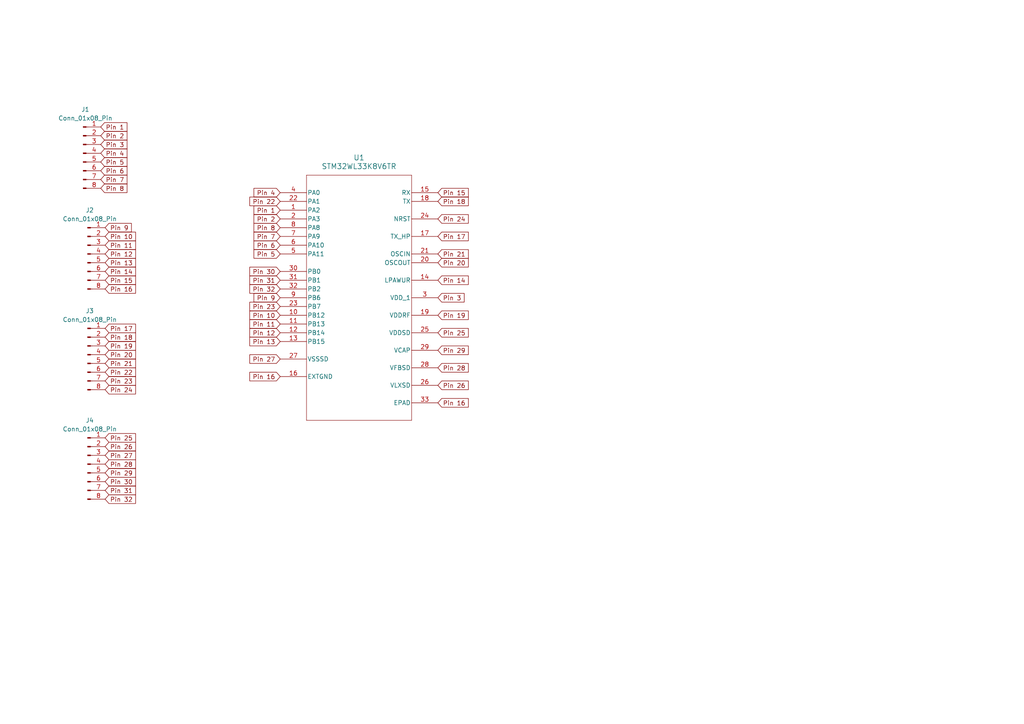
<source format=kicad_sch>
(kicad_sch (version 20250114) (generator "eeschema") (generator_version "9.0")
  (paper "A4")
  (lib_symbols
    (symbol "Connector:Conn_01x08_Pin" (pin_names (offset 1.016) (hide yes))
      (property "Reference" "J" (at 0 10.16 0))
      (property "Value" "Conn_01x08_Pin" (at 0 -12.7 0))
      (symbol "Conn_01x08_Pin_1_1"
        (rectangle (start 0.8636 7.747) (end 0 7.493) (stroke (width 0.1524)) (fill (type outline)))
        (rectangle (start 0.8636 5.207) (end 0 4.953) (stroke (width 0.1524)) (fill (type outline)))
        (rectangle (start 0.8636 2.667) (end 0 2.413) (stroke (width 0.1524)) (fill (type outline)))
        (rectangle (start 0.8636 0.127) (end 0 -0.127) (stroke (width 0.1524)) (fill (type outline)))
        (rectangle (start 0.8636 -2.413) (end 0 -2.667) (stroke (width 0.1524)) (fill (type outline)))
        (rectangle (start 0.8636 -4.953) (end 0 -5.207) (stroke (width 0.1524)) (fill (type outline)))
        (rectangle (start 0.8636 -7.493) (end 0 -7.747) (stroke (width 0.1524)) (fill (type outline)))
        (rectangle (start 0.8636 -10.033) (end 0 -10.287) (stroke (width 0.1524)) (fill (type outline)))
        (polyline (pts (xy 1.27 7.62) (xy 0.8636 7.62)) (stroke (width 0.1524)))
        (polyline (pts (xy 1.27 5.08) (xy 0.8636 5.08)) (stroke (width 0.1524)))
        (polyline (pts (xy 1.27 2.54) (xy 0.8636 2.54)) (stroke (width 0.1524)))
        (polyline (pts (xy 1.27 0) (xy 0.8636 0)) (stroke (width 0.1524)))
        (polyline (pts (xy 1.27 -2.54) (xy 0.8636 -2.54)) (stroke (width 0.1524)))
        (polyline (pts (xy 1.27 -5.08) (xy 0.8636 -5.08)) (stroke (width 0.1524)))
        (polyline (pts (xy 1.27 -7.62) (xy 0.8636 -7.62)) (stroke (width 0.1524)))
        (polyline (pts (xy 1.27 -10.16) (xy 0.8636 -10.16)) (stroke (width 0.1524)))
        (pin passive line (at 5.08 7.62 180) (length 3.81) (name "Pin_1") (number "1"))
        (pin passive line (at 5.08 5.08 180) (length 3.81) (name "Pin_2") (number "2"))
        (pin passive line (at 5.08 2.54 180) (length 3.81) (name "Pin_3") (number "3"))
        (pin passive line (at 5.08 0 180) (length 3.81) (name "Pin_4") (number "4"))
        (pin passive line (at 5.08 -2.54 180) (length 3.81) (name "Pin_5") (number "5"))
        (pin passive line (at 5.08 -5.08 180) (length 3.81) (name "Pin_6") (number "6"))
        (pin passive line (at 5.08 -7.62 180) (length 3.81) (name "Pin_7") (number "7"))
        (pin passive line (at 5.08 -10.16 180) (length 3.81) (name "Pin_8") (number "8"))
      )
    )
    (symbol "STM32WL33K8:STM32WL33K8V6TR" (pin_names (offset 0.254))
      (property "Reference" "U" (at 22.86 10.16 0))
      (property "Value" "STM32WL33K8V6TR" (at 22.86 7.62 0))
      (symbol "STM32WL33K8V6TR_0_1"
        (polyline (pts (xy 7.62 5.08) (xy 7.62 -66.04)) (stroke (width 0.127)))
        (polyline (pts (xy 7.62 -66.04) (xy 38.1 -66.04)) (stroke (width 0.127)))
        (polyline (pts (xy 38.1 5.08) (xy 7.62 5.08)) (stroke (width 0.127)))
        (polyline (pts (xy 38.1 -66.04) (xy 38.1 5.08)) (stroke (width 0.127)))
        (pin bidirectional line (at 0 0 0) (length 7.62) (name "PA0") (number "4"))
        (pin bidirectional line (at 0 -2.54 0) (length 7.62) (name "PA1") (number "22"))
        (pin bidirectional line (at 0 -5.08 0) (length 7.62) (name "PA2") (number "1"))
        (pin bidirectional line (at 0 -7.62 0) (length 7.62) (name "PA3") (number "2"))
        (pin bidirectional line (at 0 -10.16 0) (length 7.62) (name "PA8") (number "8"))
        (pin bidirectional line (at 0 -12.7 0) (length 7.62) (name "PA9") (number "7"))
        (pin bidirectional line (at 0 -15.24 0) (length 7.62) (name "PA10") (number "6"))
        (pin bidirectional line (at 0 -17.78 0) (length 7.62) (name "PA11") (number "5"))
        (pin bidirectional line (at 0 -22.86 0) (length 7.62) (name "PB0") (number "30"))
        (pin bidirectional line (at 0 -25.4 0) (length 7.62) (name "PB1") (number "31"))
        (pin bidirectional line (at 0 -27.94 0) (length 7.62) (name "PB2") (number "32"))
        (pin bidirectional line (at 0 -30.48 0) (length 7.62) (name "PB6") (number "9"))
        (pin bidirectional line (at 0 -33.02 0) (length 7.62) (name "PB7") (number "23"))
        (pin bidirectional line (at 0 -35.56 0) (length 7.62) (name "PB12") (number "10"))
        (pin bidirectional line (at 0 -38.1 0) (length 7.62) (name "PB13") (number "11"))
        (pin bidirectional line (at 0 -40.64 0) (length 7.62) (name "PB14") (number "12"))
        (pin bidirectional line (at 0 -43.18 0) (length 7.62) (name "PB15") (number "13"))
        (pin power_in line (at 0 -48.26 0) (length 7.62) (name "VSSSD") (number "27"))
        (pin bidirectional line (at 0 -53.34 0) (length 7.62) (name "EXTGND") (number "16"))
        (pin unspecified line (at 45.72 0 180) (length 7.62) (name "RX") (number "15"))
        (pin unspecified line (at 45.72 -2.54 180) (length 7.62) (name "TX") (number "18"))
        (pin bidirectional line (at 45.72 -7.62 180) (length 7.62) (name "NRST") (number "24"))
        (pin bidirectional line (at 45.72 -12.7 180) (length 7.62) (name "TX_HP") (number "17"))
        (pin input line (at 45.72 -17.78 180) (length 7.62) (name "OSCIN") (number "21"))
        (pin output line (at 45.72 -20.32 180) (length 7.62) (name "OSCOUT") (number "20"))
        (pin bidirectional line (at 45.72 -25.4 180) (length 7.62) (name "LPAWUR") (number "14"))
        (pin power_in line (at 45.72 -30.48 180) (length 7.62) (name "VDD_1") (number "3"))
        (pin power_in line (at 45.72 -35.56 180) (length 7.62) (name "VDDRF") (number "19"))
        (pin power_in line (at 45.72 -40.64 180) (length 7.62) (name "VDDSD") (number "25"))
        (pin power_in line (at 45.72 -45.72 180) (length 7.62) (name "VCAP") (number "29"))
        (pin power_in line (at 45.72 -50.8 180) (length 7.62) (name "VFBSD") (number "28"))
        (pin power_in line (at 45.72 -55.88 180) (length 7.62) (name "VLXSD") (number "26"))
        (pin unspecified line (at 45.72 -60.96 180) (length 7.62) (name "EPAD") (number "33"))
      )
    )
  )
  (global_label "Pin 16" (shape input) (at 127 116.84 0) (property "Intersheetrefs" "${INTERSHEET_REFS}" (effects (hide yes))))
  (global_label "Pin 4" (shape input) (at 29.21 44.45 0) (property "Intersheetrefs" "${INTERSHEET_REFS}" (effects (hide yes))))
  (global_label "Pin 4" (shape input) (at 81.28 55.88 180) (property "Intersheetrefs" "${INTERSHEET_REFS}" (effects (hide yes))))
  (global_label "Pin 25" (shape input) (at 127 96.52 0) (property "Intersheetrefs" "${INTERSHEET_REFS}" (effects (hide yes))))
  (global_label "Pin 7" (shape input) (at 29.21 52.07 0) (property "Intersheetrefs" "${INTERSHEET_REFS}" (effects (hide yes))))
  (global_label "Pin 12" (shape input) (at 81.28 96.52 180) (property "Intersheetrefs" "${INTERSHEET_REFS}" (effects (hide yes))))
  (global_label "Pin 13" (shape input) (at 81.28 99.06 180) (property "Intersheetrefs" "${INTERSHEET_REFS}" (effects (hide yes))))
  (global_label "Pin 10" (shape input) (at 30.48 68.58 0) (property "Intersheetrefs" "${INTERSHEET_REFS}" (effects (hide yes))))
  (global_label "Pin 30" (shape input) (at 81.28 78.74 180) (property "Intersheetrefs" "${INTERSHEET_REFS}" (effects (hide yes))))
  (global_label "Pin 2" (shape input) (at 81.28 63.5 180) (property "Intersheetrefs" "${INTERSHEET_REFS}" (effects (hide yes))))
  (global_label "Pin 22" (shape input) (at 30.48 107.95 0) (property "Intersheetrefs" "${INTERSHEET_REFS}" (effects (hide yes))))
  (global_label "Pin 8" (shape input) (at 81.28 66.04 180) (property "Intersheetrefs" "${INTERSHEET_REFS}" (effects (hide yes))))
  (global_label "Pin 24" (shape input) (at 127 63.5 0) (property "Intersheetrefs" "${INTERSHEET_REFS}" (effects (hide yes))))
  (global_label "Pin 18" (shape input) (at 127 58.42 0) (property "Intersheetrefs" "${INTERSHEET_REFS}" (effects (hide yes))))
  (global_label "Pin 11" (shape input) (at 30.48 71.12 0) (property "Intersheetrefs" "${INTERSHEET_REFS}" (effects (hide yes))))
  (global_label "Pin 11" (shape input) (at 81.28 93.98 180) (property "Intersheetrefs" "${INTERSHEET_REFS}" (effects (hide yes))))
  (global_label "Pin 26" (shape input) (at 30.48 129.54 0) (property "Intersheetrefs" "${INTERSHEET_REFS}" (effects (hide yes))))
  (global_label "Pin 3" (shape input) (at 127 86.36 0) (property "Intersheetrefs" "${INTERSHEET_REFS}" (effects (hide yes))))
  (global_label "Pin 7" (shape input) (at 81.28 68.58 180) (property "Intersheetrefs" "${INTERSHEET_REFS}" (effects (hide yes))))
  (global_label "Pin 18" (shape input) (at 30.48 97.79 0) (property "Intersheetrefs" "${INTERSHEET_REFS}" (effects (hide yes))))
  (global_label "Pin 17" (shape input) (at 127 68.58 0) (property "Intersheetrefs" "${INTERSHEET_REFS}" (effects (hide yes))))
  (global_label "Pin 31" (shape input) (at 30.48 142.24 0) (property "Intersheetrefs" "${INTERSHEET_REFS}" (effects (hide yes))))
  (global_label "Pin 13" (shape input) (at 30.48 76.2 0) (property "Intersheetrefs" "${INTERSHEET_REFS}" (effects (hide yes))))
  (global_label "Pin 3" (shape input) (at 29.21 41.91 0) (property "Intersheetrefs" "${INTERSHEET_REFS}" (effects (hide yes))))
  (global_label "Pin 19" (shape input) (at 127 91.44 0) (property "Intersheetrefs" "${INTERSHEET_REFS}" (effects (hide yes))))
  (global_label "Pin 6" (shape input) (at 29.21 49.53 0) (property "Intersheetrefs" "${INTERSHEET_REFS}" (effects (hide yes))))
  (global_label "Pin 5" (shape input) (at 81.28 73.66 180) (property "Intersheetrefs" "${INTERSHEET_REFS}" (effects (hide yes))))
  (global_label "Pin 16" (shape input) (at 30.48 83.82 0) (property "Intersheetrefs" "${INTERSHEET_REFS}" (effects (hide yes))))
  (global_label "Pin 26" (shape input) (at 127 111.76 0) (property "Intersheetrefs" "${INTERSHEET_REFS}" (effects (hide yes))))
  (global_label "Pin 22" (shape input) (at 81.28 58.42 180) (property "Intersheetrefs" "${INTERSHEET_REFS}" (effects (hide yes))))
  (global_label "Pin 21" (shape input) (at 30.48 105.41 0) (property "Intersheetrefs" "${INTERSHEET_REFS}" (effects (hide yes))))
  (global_label "Pin 30" (shape input) (at 30.48 139.7 0) (property "Intersheetrefs" "${INTERSHEET_REFS}" (effects (hide yes))))
  (global_label "Pin 29" (shape input) (at 127 101.6 0) (property "Intersheetrefs" "${INTERSHEET_REFS}" (effects (hide yes))))
  (global_label "Pin 1" (shape input) (at 29.21 36.83 0) (property "Intersheetrefs" "${INTERSHEET_REFS}" (effects (hide yes))))
  (global_label "Pin 20" (shape input) (at 127 76.2 0) (property "Intersheetrefs" "${INTERSHEET_REFS}" (effects (hide yes))))
  (global_label "Pin 16" (shape input) (at 81.28 109.22 180) (property "Intersheetrefs" "${INTERSHEET_REFS}" (effects (hide yes))))
  (global_label "Pin 9" (shape input) (at 30.48 66.04 0) (property "Intersheetrefs" "${INTERSHEET_REFS}" (effects (hide yes))))
  (global_label "Pin 15" (shape input) (at 127 55.88 0) (property "Intersheetrefs" "${INTERSHEET_REFS}" (effects (hide yes))))
  (global_label "Pin 28" (shape input) (at 30.48 134.62 0) (property "Intersheetrefs" "${INTERSHEET_REFS}" (effects (hide yes))))
  (global_label "Pin 21" (shape input) (at 127 73.66 0) (property "Intersheetrefs" "${INTERSHEET_REFS}" (effects (hide yes))))
  (global_label "Pin 17" (shape input) (at 30.48 95.25 0) (property "Intersheetrefs" "${INTERSHEET_REFS}" (effects (hide yes))))
  (global_label "Pin 10" (shape input) (at 81.28 91.44 180) (property "Intersheetrefs" "${INTERSHEET_REFS}" (effects (hide yes))))
  (global_label "Pin 32" (shape input) (at 81.28 83.82 180) (property "Intersheetrefs" "${INTERSHEET_REFS}" (effects (hide yes))))
  (global_label "Pin 14" (shape input) (at 127 81.28 0) (property "Intersheetrefs" "${INTERSHEET_REFS}" (effects (hide yes))))
  (global_label "Pin 12" (shape input) (at 30.48 73.66 0) (property "Intersheetrefs" "${INTERSHEET_REFS}" (effects (hide yes))))
  (global_label "Pin 2" (shape input) (at 29.21 39.37 0) (property "Intersheetrefs" "${INTERSHEET_REFS}" (effects (hide yes))))
  (global_label "Pin 27" (shape input) (at 81.28 104.14 180) (property "Intersheetrefs" "${INTERSHEET_REFS}" (effects (hide yes))))
  (global_label "Pin 24" (shape input) (at 30.48 113.03 0) (property "Intersheetrefs" "${INTERSHEET_REFS}" (effects (hide yes))))
  (global_label "Pin 23" (shape input) (at 30.48 110.49 0) (property "Intersheetrefs" "${INTERSHEET_REFS}" (effects (hide yes))))
  (global_label "Pin 15" (shape input) (at 30.48 81.28 0) (property "Intersheetrefs" "${INTERSHEET_REFS}" (effects (hide yes))))
  (global_label "Pin 28" (shape input) (at 127 106.68 0) (property "Intersheetrefs" "${INTERSHEET_REFS}" (effects (hide yes))))
  (global_label "Pin 19" (shape input) (at 30.48 100.33 0) (property "Intersheetrefs" "${INTERSHEET_REFS}" (effects (hide yes))))
  (global_label "Pin 5" (shape input) (at 29.21 46.99 0) (property "Intersheetrefs" "${INTERSHEET_REFS}" (effects (hide yes))))
  (global_label "Pin 1" (shape input) (at 81.28 60.96 180) (property "Intersheetrefs" "${INTERSHEET_REFS}" (effects (hide yes))))
  (global_label "Pin 32" (shape input) (at 30.48 144.78 0) (property "Intersheetrefs" "${INTERSHEET_REFS}" (effects (hide yes))))
  (global_label "Pin 23" (shape input) (at 81.28 88.9 180) (property "Intersheetrefs" "${INTERSHEET_REFS}" (effects (hide yes))))
  (global_label "Pin 27" (shape input) (at 30.48 132.08 0) (property "Intersheetrefs" "${INTERSHEET_REFS}" (effects (hide yes))))
  (global_label "Pin 20" (shape input) (at 30.48 102.87 0) (property "Intersheetrefs" "${INTERSHEET_REFS}" (effects (hide yes))))
  (global_label "Pin 8" (shape input) (at 29.21 54.61 0) (property "Intersheetrefs" "${INTERSHEET_REFS}" (effects (hide yes))))
  (global_label "Pin 6" (shape input) (at 81.28 71.12 180) (property "Intersheetrefs" "${INTERSHEET_REFS}" (effects (hide yes))))
  (global_label "Pin 9" (shape input) (at 81.28 86.36 180) (property "Intersheetrefs" "${INTERSHEET_REFS}" (effects (hide yes))))
  (global_label "Pin 31" (shape input) (at 81.28 81.28 180) (property "Intersheetrefs" "${INTERSHEET_REFS}" (effects (hide yes))))
  (global_label "Pin 14" (shape input) (at 30.48 78.74 0) (property "Intersheetrefs" "${INTERSHEET_REFS}" (effects (hide yes))))
  (global_label "Pin 25" (shape input) (at 30.48 127 0) (property "Intersheetrefs" "${INTERSHEET_REFS}" (effects (hide yes))))
  (global_label "Pin 29" (shape input) (at 30.48 137.16 0) (property "Intersheetrefs" "${INTERSHEET_REFS}" (effects (hide yes))))
  (symbol (lib_id "STM32WL33K8:STM32WL33K8V6TR") (at 81.28 55.88 0) (unit 1)
    (property "Reference" "U1" (at 104.14 45.72 0) (effects (font (size 1.524 1.524))))
    (property "Value" "STM32WL33K8V6TR" (at 104.14 48.26 0) (effects (font (size 1.524 1.524))))
    (property "Footprint" "VFQFPN-32_5x5x1mm_STM" (effects (hide yes)))
    (property "Datasheet" "https://www.st.com/resource/en/datasheet/stm32wl33c8.pdf" (effects (hide yes)))
  )
  (symbol (lib_id "Connector:Conn_01x08_Pin") (at 25.4 73.66 0) (unit 1)
    (property "Reference" "J2" (at 26.035 60.96 0))
    (property "Value" "Conn_01x08_Pin" (at 26.035 63.5 0))
    (property "Footprint" "Connector_PinHeader_2.54mm:PinHeader_1x08_P2.54mm_Vertical" (effects (hide yes)))
    (property "Description" "Generic connector, single row, 01x08, script generated" (effects (hide yes)))
  )
  (symbol (lib_id "Connector:Conn_01x08_Pin") (at 25.4 102.87 0) (unit 1)
    (property "Reference" "J3" (at 26.035 90.17 0))
    (property "Value" "Conn_01x08_Pin" (at 26.035 92.71 0))
    (property "Footprint" "Connector_PinHeader_2.54mm:PinHeader_1x08_P2.54mm_Vertical" (effects (hide yes)))
    (property "Description" "Generic connector, single row, 01x08, script generated" (effects (hide yes)))
  )
  (symbol (lib_id "Connector:Conn_01x08_Pin") (at 24.13 44.45 0) (unit 1)
    (property "Reference" "J1" (at 24.765 31.75 0))
    (property "Value" "Conn_01x08_Pin" (at 24.765 34.29 0))
    (property "Footprint" "Connector_PinHeader_2.54mm:PinHeader_1x08_P2.54mm_Vertical" (effects (hide yes)))
    (property "Description" "Generic connector, single row, 01x08, script generated" (effects (hide yes)))
  )
  (symbol (lib_id "Connector:Conn_01x08_Pin") (at 25.4 134.62 0) (unit 1)
    (property "Reference" "J4" (at 26.035 121.92 0))
    (property "Value" "Conn_01x08_Pin" (at 26.035 124.46 0))
    (property "Footprint" "Connector_PinHeader_2.54mm:PinHeader_1x08_P2.54mm_Vertical" (effects (hide yes)))
    (property "Description" "Generic connector, single row, 01x08, script generated" (effects (hide yes)))
  )
)
</source>
